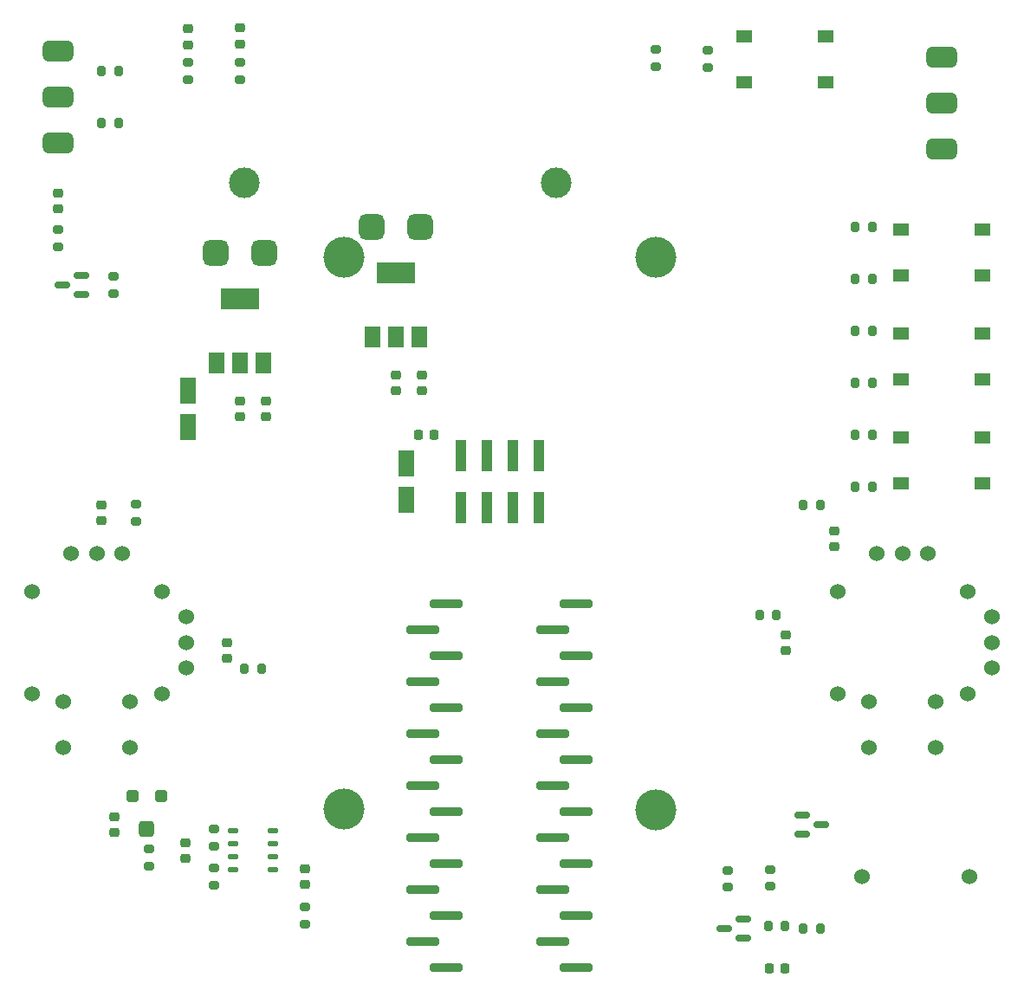
<source format=gbr>
%TF.GenerationSoftware,KiCad,Pcbnew,(6.0.2-0)*%
%TF.CreationDate,2022-03-25T12:04:45+00:00*%
%TF.ProjectId,controller,636f6e74-726f-46c6-9c65-722e6b696361,V1.2*%
%TF.SameCoordinates,Original*%
%TF.FileFunction,Soldermask,Top*%
%TF.FilePolarity,Negative*%
%FSLAX46Y46*%
G04 Gerber Fmt 4.6, Leading zero omitted, Abs format (unit mm)*
G04 Created by KiCad (PCBNEW (6.0.2-0)) date 2022-03-25 12:04:45*
%MOMM*%
%LPD*%
G01*
G04 APERTURE LIST*
G04 Aperture macros list*
%AMRoundRect*
0 Rectangle with rounded corners*
0 $1 Rounding radius*
0 $2 $3 $4 $5 $6 $7 $8 $9 X,Y pos of 4 corners*
0 Add a 4 corners polygon primitive as box body*
4,1,4,$2,$3,$4,$5,$6,$7,$8,$9,$2,$3,0*
0 Add four circle primitives for the rounded corners*
1,1,$1+$1,$2,$3*
1,1,$1+$1,$4,$5*
1,1,$1+$1,$6,$7*
1,1,$1+$1,$8,$9*
0 Add four rect primitives between the rounded corners*
20,1,$1+$1,$2,$3,$4,$5,0*
20,1,$1+$1,$4,$5,$6,$7,0*
20,1,$1+$1,$6,$7,$8,$9,0*
20,1,$1+$1,$8,$9,$2,$3,0*%
G04 Aperture macros list end*
%ADD10RoundRect,0.218750X0.256250X-0.218750X0.256250X0.218750X-0.256250X0.218750X-0.256250X-0.218750X0*%
%ADD11RoundRect,0.625000X-0.625000X-0.625000X0.625000X-0.625000X0.625000X0.625000X-0.625000X0.625000X0*%
%ADD12RoundRect,0.225000X0.250000X-0.225000X0.250000X0.225000X-0.250000X0.225000X-0.250000X-0.225000X0*%
%ADD13RoundRect,0.225000X-0.250000X0.225000X-0.250000X-0.225000X0.250000X-0.225000X0.250000X0.225000X0*%
%ADD14R,1.550000X1.300000*%
%ADD15RoundRect,0.200000X-0.200000X-0.275000X0.200000X-0.275000X0.200000X0.275000X-0.200000X0.275000X0*%
%ADD16RoundRect,0.300000X0.300000X0.300000X-0.300000X0.300000X-0.300000X-0.300000X0.300000X-0.300000X0*%
%ADD17RoundRect,0.375000X0.375000X0.425000X-0.375000X0.425000X-0.375000X-0.425000X0.375000X-0.425000X0*%
%ADD18RoundRect,0.500000X-1.000000X0.500000X-1.000000X-0.500000X1.000000X-0.500000X1.000000X0.500000X0*%
%ADD19RoundRect,0.200000X0.275000X-0.200000X0.275000X0.200000X-0.275000X0.200000X-0.275000X-0.200000X0*%
%ADD20RoundRect,0.200000X-0.275000X0.200000X-0.275000X-0.200000X0.275000X-0.200000X0.275000X0.200000X0*%
%ADD21C,1.524000*%
%ADD22RoundRect,0.250000X0.550000X-1.050000X0.550000X1.050000X-0.550000X1.050000X-0.550000X-1.050000X0*%
%ADD23RoundRect,0.200000X1.400000X0.200000X-1.400000X0.200000X-1.400000X-0.200000X1.400000X-0.200000X0*%
%ADD24R,1.500000X2.000000*%
%ADD25R,3.800000X2.000000*%
%ADD26RoundRect,0.200000X0.200000X0.275000X-0.200000X0.275000X-0.200000X-0.275000X0.200000X-0.275000X0*%
%ADD27RoundRect,0.218750X-0.218750X-0.256250X0.218750X-0.256250X0.218750X0.256250X-0.218750X0.256250X0*%
%ADD28RoundRect,0.150000X0.587500X0.150000X-0.587500X0.150000X-0.587500X-0.150000X0.587500X-0.150000X0*%
%ADD29RoundRect,0.225000X-0.225000X-0.250000X0.225000X-0.250000X0.225000X0.250000X-0.225000X0.250000X0*%
%ADD30RoundRect,0.150000X-0.587500X-0.150000X0.587500X-0.150000X0.587500X0.150000X-0.587500X0.150000X0*%
%ADD31RoundRect,0.250000X-0.550000X1.050000X-0.550000X-1.050000X0.550000X-1.050000X0.550000X1.050000X0*%
%ADD32R,1.000000X3.150000*%
%ADD33RoundRect,0.500000X1.000000X-0.500000X1.000000X0.500000X-1.000000X0.500000X-1.000000X-0.500000X0*%
%ADD34RoundRect,0.120000X-0.405000X-0.120000X0.405000X-0.120000X0.405000X0.120000X-0.405000X0.120000X0*%
%ADD35C,3.000000*%
%ADD36C,4.000000*%
G04 APERTURE END LIST*
D10*
%TO.C,D3*%
X135890000Y-137947500D03*
X135890000Y-136372500D03*
%TD*%
D11*
%TO.C,D6*%
X127140000Y-76200000D03*
X131940000Y-76200000D03*
%TD*%
D12*
%TO.C,C4*%
X116007060Y-102375000D03*
X116007060Y-100825000D03*
%TD*%
D13*
%TO.C,C3*%
X128270000Y-114310517D03*
X128270000Y-115860517D03*
%TD*%
D14*
%TO.C,RESET1*%
X178853326Y-55011602D03*
X186803326Y-55011602D03*
X178853326Y-59511602D03*
X186803326Y-59511602D03*
%TD*%
D15*
%TO.C,R1*%
X181169637Y-142016000D03*
X182819637Y-142016000D03*
%TD*%
D16*
%TO.C,RV1*%
X121823906Y-129277391D03*
D17*
X120423906Y-132527391D03*
D16*
X119023906Y-129277391D03*
%TD*%
D13*
%TO.C,C1*%
X117311483Y-131334748D03*
X117311483Y-132884748D03*
%TD*%
D18*
%TO.C,PWR_SW1*%
X198120000Y-57040000D03*
X198120000Y-61540000D03*
X198120000Y-66040000D03*
%TD*%
D15*
%TO.C,R2*%
X129985000Y-116840000D03*
X131635000Y-116840000D03*
%TD*%
D19*
%TO.C,R17*%
X127000000Y-134175000D03*
X127000000Y-132525000D03*
%TD*%
D15*
%TO.C,R10*%
X184595000Y-142240000D03*
X186245000Y-142240000D03*
%TD*%
D19*
%TO.C,R9*%
X181378897Y-138135427D03*
X181378897Y-136485427D03*
%TD*%
D15*
%TO.C,R16*%
X189675000Y-78740000D03*
X191325000Y-78740000D03*
%TD*%
D20*
%TO.C,R3*%
X119380000Y-100775000D03*
X119380000Y-102425000D03*
%TD*%
D19*
%TO.C,R29*%
X129540000Y-59245000D03*
X129540000Y-57595000D03*
%TD*%
D21*
%TO.C,U1*%
X109245000Y-119300000D03*
X109245000Y-109300000D03*
X121895000Y-109300000D03*
X121895000Y-119300000D03*
X118820000Y-120050000D03*
X112320000Y-120050000D03*
X118820000Y-124550000D03*
X112320000Y-124550000D03*
X113070000Y-105570000D03*
X115570000Y-105570000D03*
X118070000Y-105570000D03*
X124300000Y-111800000D03*
X124300000Y-114300000D03*
X124300000Y-116800000D03*
%TD*%
D19*
%TO.C,R8*%
X120650000Y-136125000D03*
X120650000Y-134475000D03*
%TD*%
D22*
%TO.C,C10*%
X124460000Y-93240000D03*
X124460000Y-89640000D03*
%TD*%
D23*
%TO.C,A1*%
X162440000Y-146050000D03*
X160140000Y-143510000D03*
X162440000Y-140970000D03*
X160140000Y-138430000D03*
X162440000Y-135890000D03*
X160140000Y-133350000D03*
X162440000Y-130810000D03*
X160140000Y-128270000D03*
X162440000Y-125730000D03*
X160140000Y-123190000D03*
X162440000Y-120650000D03*
X160140000Y-118110000D03*
X162440000Y-115570000D03*
X160140000Y-113030000D03*
X162440000Y-110490000D03*
X149740000Y-110490000D03*
X147440000Y-113030000D03*
X149740000Y-115570000D03*
X147440000Y-118110000D03*
X149740000Y-120650000D03*
X147440000Y-123190000D03*
X149740000Y-125730000D03*
X147440000Y-128270000D03*
X149740000Y-130810000D03*
X147440000Y-133350000D03*
X149740000Y-135890000D03*
X147440000Y-138430000D03*
X149740000Y-140970000D03*
X147440000Y-143510000D03*
X149740000Y-146050000D03*
%TD*%
D24*
%TO.C,U5*%
X127240000Y-86970000D03*
X129540000Y-86970000D03*
X131840000Y-86970000D03*
D25*
X129540000Y-80670000D03*
%TD*%
D13*
%TO.C,C2*%
X147320000Y-88125000D03*
X147320000Y-89675000D03*
%TD*%
D19*
%TO.C,R31*%
X111760384Y-75602671D03*
X111760384Y-73952671D03*
%TD*%
D24*
%TO.C,U3*%
X142480000Y-84430000D03*
X144780000Y-84430000D03*
X147080000Y-84430000D03*
D25*
X144780000Y-78130000D03*
%TD*%
D26*
%TO.C,R13*%
X191325000Y-83820000D03*
X189675000Y-83820000D03*
%TD*%
D15*
%TO.C,R15*%
X189675000Y-88900000D03*
X191325000Y-88900000D03*
%TD*%
%TO.C,R19*%
X116015000Y-58420000D03*
X117665000Y-58420000D03*
%TD*%
D20*
%TO.C,R6*%
X177223152Y-136542748D03*
X177223152Y-138192748D03*
%TD*%
D10*
%TO.C,D4*%
X124460000Y-55880000D03*
X124460000Y-54305000D03*
%TD*%
D21*
%TO.C,BZ1*%
X200830000Y-137138466D03*
X190330000Y-137138466D03*
%TD*%
D26*
%TO.C,R5*%
X186245000Y-100827383D03*
X184595000Y-100827383D03*
%TD*%
D20*
%TO.C,R30*%
X117172778Y-78526001D03*
X117172778Y-80176001D03*
%TD*%
D12*
%TO.C,C8*%
X129540000Y-92215000D03*
X129540000Y-90665000D03*
%TD*%
D10*
%TO.C,D7*%
X111760000Y-71907500D03*
X111760000Y-70332500D03*
%TD*%
D15*
%TO.C,R12*%
X189675000Y-99060000D03*
X191325000Y-99060000D03*
%TD*%
D20*
%TO.C,R24*%
X175260000Y-56410607D03*
X175260000Y-58060607D03*
%TD*%
D19*
%TO.C,R26*%
X170180000Y-58000869D03*
X170180000Y-56350869D03*
%TD*%
D13*
%TO.C,C7*%
X132080000Y-90665000D03*
X132080000Y-92215000D03*
%TD*%
D10*
%TO.C,D5*%
X129540000Y-55790000D03*
X129540000Y-54215000D03*
%TD*%
D27*
%TO.C,D1*%
X181267977Y-146148544D03*
X182842977Y-146148544D03*
%TD*%
D21*
%TO.C,U2*%
X200635000Y-119300000D03*
X200635000Y-109300000D03*
X187985000Y-119300000D03*
X187985000Y-109300000D03*
X197560000Y-120050000D03*
X191060000Y-120050000D03*
X197560000Y-124550000D03*
X191060000Y-124550000D03*
X191810000Y-105570000D03*
X194310000Y-105570000D03*
X196810000Y-105570000D03*
X203040000Y-111800000D03*
X203040000Y-114300000D03*
X203040000Y-116800000D03*
%TD*%
D28*
%TO.C,Q4*%
X114090532Y-80290282D03*
X114090532Y-78390282D03*
X112215532Y-79340282D03*
%TD*%
D19*
%TO.C,R20*%
X135890000Y-141795000D03*
X135890000Y-140145000D03*
%TD*%
D26*
%TO.C,R14*%
X191325000Y-73660000D03*
X189675000Y-73660000D03*
%TD*%
D29*
%TO.C,C12*%
X146965137Y-94031974D03*
X148515137Y-94031974D03*
%TD*%
D30*
%TO.C,Q2*%
X184482500Y-131130000D03*
X184482500Y-133030000D03*
X186357500Y-132080000D03*
%TD*%
D19*
%TO.C,R18*%
X127000000Y-137985000D03*
X127000000Y-136335000D03*
%TD*%
D12*
%TO.C,C6*%
X187598277Y-104915000D03*
X187598277Y-103365000D03*
%TD*%
D15*
%TO.C,R21*%
X116015000Y-63500000D03*
X117665000Y-63500000D03*
%TD*%
D12*
%TO.C,C5*%
X182880000Y-115075000D03*
X182880000Y-113525000D03*
%TD*%
D28*
%TO.C,Q1*%
X178737500Y-143190000D03*
X178737500Y-141290000D03*
X176862500Y-142240000D03*
%TD*%
D14*
%TO.C,Btn_2*%
X202095000Y-84110000D03*
X194145000Y-84110000D03*
X202095000Y-88610000D03*
X194145000Y-88610000D03*
%TD*%
D26*
%TO.C,R11*%
X191325000Y-93980000D03*
X189675000Y-93980000D03*
%TD*%
D14*
%TO.C,Btn_3*%
X202095000Y-73950000D03*
X194145000Y-73950000D03*
X194145000Y-78450000D03*
X202095000Y-78450000D03*
%TD*%
D26*
%TO.C,R4*%
X181990000Y-111604567D03*
X180340000Y-111604567D03*
%TD*%
D12*
%TO.C,C13*%
X144780000Y-89675000D03*
X144780000Y-88125000D03*
%TD*%
D31*
%TO.C,C11*%
X145819259Y-96767895D03*
X145819259Y-100367895D03*
%TD*%
D14*
%TO.C,Btn_1*%
X202095000Y-94270000D03*
X194145000Y-94270000D03*
X202095000Y-98770000D03*
X194145000Y-98770000D03*
%TD*%
D19*
%TO.C,R28*%
X124460000Y-59245000D03*
X124460000Y-57595000D03*
%TD*%
D32*
%TO.C,J1*%
X151130000Y-101080000D03*
X151130000Y-96030000D03*
X153670000Y-101080000D03*
X153670000Y-96030000D03*
X156210000Y-101080000D03*
X156210000Y-96030000D03*
X158750000Y-101080000D03*
X158750000Y-96030000D03*
%TD*%
D13*
%TO.C,C9*%
X124260000Y-133845000D03*
X124260000Y-135395000D03*
%TD*%
D11*
%TO.C,D2*%
X142380000Y-73660000D03*
X147180000Y-73660000D03*
%TD*%
D33*
%TO.C,SW1*%
X111760000Y-65460000D03*
X111760000Y-60960000D03*
X111760000Y-56460000D03*
%TD*%
D34*
%TO.C,U4*%
X128860000Y-132715000D03*
X128860000Y-133985000D03*
X128860000Y-135255000D03*
X128860000Y-136525000D03*
X132760000Y-136525000D03*
X132760000Y-135255000D03*
X132760000Y-133985000D03*
X132760000Y-132715000D03*
%TD*%
D35*
%TO.C,BT1*%
X129950000Y-69350000D03*
D36*
X139700000Y-130600000D03*
X139700000Y-76600000D03*
%TD*%
%TO.C,BT2*%
X170180000Y-76635000D03*
X170180000Y-130635000D03*
D35*
X160430000Y-69385000D03*
%TD*%
M02*

</source>
